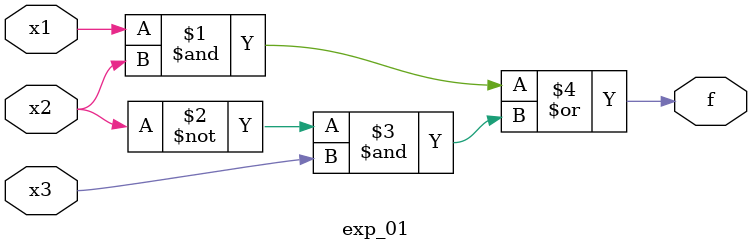
<source format=v>
module	exp_01	(x1,x2,x3,f);

input	x1,x2,x3;
output	f;

/*

// Structural Representation

and(a,x1,x2);
not(b,x2);
and(c,b,x3);
or(f,a,c);

*/

// Behavioral Representation
assign f=(x1 & x2) | (~x2 & x3);

endmodule
</source>
